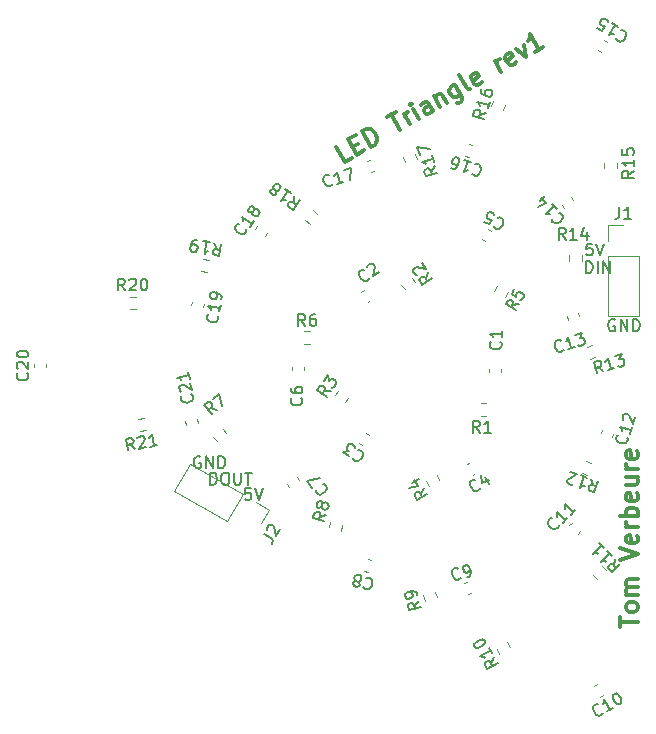
<source format=gbr>
%TF.GenerationSoftware,KiCad,Pcbnew,(6.0.2)*%
%TF.CreationDate,2022-03-10T12:30:13-08:00*%
%TF.ProjectId,triangle,74726961-6e67-46c6-952e-6b696361645f,rev?*%
%TF.SameCoordinates,Original*%
%TF.FileFunction,Legend,Top*%
%TF.FilePolarity,Positive*%
%FSLAX46Y46*%
G04 Gerber Fmt 4.6, Leading zero omitted, Abs format (unit mm)*
G04 Created by KiCad (PCBNEW (6.0.2)) date 2022-03-10 12:30:13*
%MOMM*%
%LPD*%
G01*
G04 APERTURE LIST*
%ADD10C,0.300000*%
%ADD11C,0.150000*%
%ADD12C,0.120000*%
G04 APERTURE END LIST*
D10*
X159778571Y-105585714D02*
X159778571Y-104728571D01*
X161278571Y-105157142D02*
X159778571Y-105157142D01*
X161278571Y-104014285D02*
X161207142Y-104157142D01*
X161135714Y-104228571D01*
X160992857Y-104300000D01*
X160564285Y-104300000D01*
X160421428Y-104228571D01*
X160350000Y-104157142D01*
X160278571Y-104014285D01*
X160278571Y-103800000D01*
X160350000Y-103657142D01*
X160421428Y-103585714D01*
X160564285Y-103514285D01*
X160992857Y-103514285D01*
X161135714Y-103585714D01*
X161207142Y-103657142D01*
X161278571Y-103800000D01*
X161278571Y-104014285D01*
X161278571Y-102871428D02*
X160278571Y-102871428D01*
X160421428Y-102871428D02*
X160350000Y-102800000D01*
X160278571Y-102657142D01*
X160278571Y-102442857D01*
X160350000Y-102300000D01*
X160492857Y-102228571D01*
X161278571Y-102228571D01*
X160492857Y-102228571D02*
X160350000Y-102157142D01*
X160278571Y-102014285D01*
X160278571Y-101800000D01*
X160350000Y-101657142D01*
X160492857Y-101585714D01*
X161278571Y-101585714D01*
X159778571Y-99942857D02*
X161278571Y-99442857D01*
X159778571Y-98942857D01*
X161207142Y-97871428D02*
X161278571Y-98014285D01*
X161278571Y-98300000D01*
X161207142Y-98442857D01*
X161064285Y-98514285D01*
X160492857Y-98514285D01*
X160350000Y-98442857D01*
X160278571Y-98300000D01*
X160278571Y-98014285D01*
X160350000Y-97871428D01*
X160492857Y-97800000D01*
X160635714Y-97800000D01*
X160778571Y-98514285D01*
X161278571Y-97157142D02*
X160278571Y-97157142D01*
X160564285Y-97157142D02*
X160421428Y-97085714D01*
X160350000Y-97014285D01*
X160278571Y-96871428D01*
X160278571Y-96728571D01*
X161278571Y-96228571D02*
X159778571Y-96228571D01*
X160350000Y-96228571D02*
X160278571Y-96085714D01*
X160278571Y-95800000D01*
X160350000Y-95657142D01*
X160421428Y-95585714D01*
X160564285Y-95514285D01*
X160992857Y-95514285D01*
X161135714Y-95585714D01*
X161207142Y-95657142D01*
X161278571Y-95800000D01*
X161278571Y-96085714D01*
X161207142Y-96228571D01*
X161207142Y-94300000D02*
X161278571Y-94442857D01*
X161278571Y-94728571D01*
X161207142Y-94871428D01*
X161064285Y-94942857D01*
X160492857Y-94942857D01*
X160350000Y-94871428D01*
X160278571Y-94728571D01*
X160278571Y-94442857D01*
X160350000Y-94300000D01*
X160492857Y-94228571D01*
X160635714Y-94228571D01*
X160778571Y-94942857D01*
X160278571Y-92942857D02*
X161278571Y-92942857D01*
X160278571Y-93585714D02*
X161064285Y-93585714D01*
X161207142Y-93514285D01*
X161278571Y-93371428D01*
X161278571Y-93157142D01*
X161207142Y-93014285D01*
X161135714Y-92942857D01*
X161278571Y-92228571D02*
X160278571Y-92228571D01*
X160564285Y-92228571D02*
X160421428Y-92157142D01*
X160350000Y-92085714D01*
X160278571Y-91942857D01*
X160278571Y-91800000D01*
X161207142Y-90728571D02*
X161278571Y-90871428D01*
X161278571Y-91157142D01*
X161207142Y-91300000D01*
X161064285Y-91371428D01*
X160492857Y-91371428D01*
X160350000Y-91300000D01*
X160278571Y-91157142D01*
X160278571Y-90871428D01*
X160350000Y-90728571D01*
X160492857Y-90657142D01*
X160635714Y-90657142D01*
X160778571Y-91371428D01*
D11*
X156876190Y-75652380D02*
X156876190Y-74652380D01*
X157114285Y-74652380D01*
X157257142Y-74700000D01*
X157352380Y-74795238D01*
X157400000Y-74890476D01*
X157447619Y-75080952D01*
X157447619Y-75223809D01*
X157400000Y-75414285D01*
X157352380Y-75509523D01*
X157257142Y-75604761D01*
X157114285Y-75652380D01*
X156876190Y-75652380D01*
X157876190Y-75652380D02*
X157876190Y-74652380D01*
X158352380Y-75652380D02*
X158352380Y-74652380D01*
X158923809Y-75652380D01*
X158923809Y-74652380D01*
X157409523Y-73152380D02*
X156933333Y-73152380D01*
X156885714Y-73628571D01*
X156933333Y-73580952D01*
X157028571Y-73533333D01*
X157266666Y-73533333D01*
X157361904Y-73580952D01*
X157409523Y-73628571D01*
X157457142Y-73723809D01*
X157457142Y-73961904D01*
X157409523Y-74057142D01*
X157361904Y-74104761D01*
X157266666Y-74152380D01*
X157028571Y-74152380D01*
X156933333Y-74104761D01*
X156885714Y-74057142D01*
X157742857Y-73152380D02*
X158076190Y-74152380D01*
X158409523Y-73152380D01*
X124238095Y-91200000D02*
X124142857Y-91152380D01*
X124000000Y-91152380D01*
X123857142Y-91200000D01*
X123761904Y-91295238D01*
X123714285Y-91390476D01*
X123666666Y-91580952D01*
X123666666Y-91723809D01*
X123714285Y-91914285D01*
X123761904Y-92009523D01*
X123857142Y-92104761D01*
X124000000Y-92152380D01*
X124095238Y-92152380D01*
X124238095Y-92104761D01*
X124285714Y-92057142D01*
X124285714Y-91723809D01*
X124095238Y-91723809D01*
X124714285Y-92152380D02*
X124714285Y-91152380D01*
X125285714Y-92152380D01*
X125285714Y-91152380D01*
X125761904Y-92152380D02*
X125761904Y-91152380D01*
X126000000Y-91152380D01*
X126142857Y-91200000D01*
X126238095Y-91295238D01*
X126285714Y-91390476D01*
X126333333Y-91580952D01*
X126333333Y-91723809D01*
X126285714Y-91914285D01*
X126238095Y-92009523D01*
X126142857Y-92104761D01*
X126000000Y-92152380D01*
X125761904Y-92152380D01*
X159338095Y-79600000D02*
X159242857Y-79552380D01*
X159100000Y-79552380D01*
X158957142Y-79600000D01*
X158861904Y-79695238D01*
X158814285Y-79790476D01*
X158766666Y-79980952D01*
X158766666Y-80123809D01*
X158814285Y-80314285D01*
X158861904Y-80409523D01*
X158957142Y-80504761D01*
X159100000Y-80552380D01*
X159195238Y-80552380D01*
X159338095Y-80504761D01*
X159385714Y-80457142D01*
X159385714Y-80123809D01*
X159195238Y-80123809D01*
X159814285Y-80552380D02*
X159814285Y-79552380D01*
X160385714Y-80552380D01*
X160385714Y-79552380D01*
X160861904Y-80552380D02*
X160861904Y-79552380D01*
X161100000Y-79552380D01*
X161242857Y-79600000D01*
X161338095Y-79695238D01*
X161385714Y-79790476D01*
X161433333Y-79980952D01*
X161433333Y-80123809D01*
X161385714Y-80314285D01*
X161338095Y-80409523D01*
X161242857Y-80504761D01*
X161100000Y-80552380D01*
X160861904Y-80552380D01*
X125059523Y-93552380D02*
X125059523Y-92552380D01*
X125297619Y-92552380D01*
X125440476Y-92600000D01*
X125535714Y-92695238D01*
X125583333Y-92790476D01*
X125630952Y-92980952D01*
X125630952Y-93123809D01*
X125583333Y-93314285D01*
X125535714Y-93409523D01*
X125440476Y-93504761D01*
X125297619Y-93552380D01*
X125059523Y-93552380D01*
X126250000Y-92552380D02*
X126440476Y-92552380D01*
X126535714Y-92600000D01*
X126630952Y-92695238D01*
X126678571Y-92885714D01*
X126678571Y-93219047D01*
X126630952Y-93409523D01*
X126535714Y-93504761D01*
X126440476Y-93552380D01*
X126250000Y-93552380D01*
X126154761Y-93504761D01*
X126059523Y-93409523D01*
X126011904Y-93219047D01*
X126011904Y-92885714D01*
X126059523Y-92695238D01*
X126154761Y-92600000D01*
X126250000Y-92552380D01*
X127107142Y-92552380D02*
X127107142Y-93361904D01*
X127154761Y-93457142D01*
X127202380Y-93504761D01*
X127297619Y-93552380D01*
X127488095Y-93552380D01*
X127583333Y-93504761D01*
X127630952Y-93457142D01*
X127678571Y-93361904D01*
X127678571Y-92552380D01*
X128011904Y-92552380D02*
X128583333Y-92552380D01*
X128297619Y-93552380D02*
X128297619Y-92552380D01*
D10*
X137075986Y-65869802D02*
X136457396Y-66226945D01*
X135707396Y-64927907D01*
X137116142Y-64939354D02*
X137549154Y-64689354D01*
X138127588Y-65262660D02*
X137508999Y-65619802D01*
X136758999Y-64320764D01*
X137377588Y-63963621D01*
X138684319Y-64941231D02*
X137934319Y-63642193D01*
X138243614Y-63463621D01*
X138464905Y-63418338D01*
X138660051Y-63470627D01*
X138793339Y-63558631D01*
X138998055Y-63770352D01*
X139105198Y-63955929D01*
X139186196Y-64239079D01*
X139195766Y-64398511D01*
X139143476Y-64593658D01*
X138993614Y-64762660D01*
X138684319Y-64941231D01*
X140037524Y-62427907D02*
X140779831Y-61999336D01*
X141158677Y-63512660D02*
X140408677Y-62213621D01*
X141962844Y-63048374D02*
X141462844Y-62182348D01*
X141605701Y-62429784D02*
X141596131Y-62270352D01*
X141622276Y-62172779D01*
X141710280Y-62039491D01*
X141833997Y-61968063D01*
X142767010Y-62584088D02*
X142267010Y-61718063D01*
X142017010Y-61285050D02*
X141990865Y-61382623D01*
X142088439Y-61408768D01*
X142114583Y-61311195D01*
X142017010Y-61285050D01*
X142088439Y-61408768D01*
X143942330Y-61905517D02*
X143549473Y-61225068D01*
X143416186Y-61137065D01*
X143256753Y-61146634D01*
X143009318Y-61289491D01*
X142921314Y-61422779D01*
X143906616Y-61843658D02*
X143818612Y-61976945D01*
X143509318Y-62155517D01*
X143349885Y-62165086D01*
X143216598Y-62077083D01*
X143145169Y-61953365D01*
X143135600Y-61793933D01*
X143223603Y-61660645D01*
X143532898Y-61482074D01*
X143620902Y-61348786D01*
X144060920Y-60682348D02*
X144560920Y-61548374D01*
X144132348Y-60806066D02*
X144158493Y-60708493D01*
X144246497Y-60575206D01*
X144432074Y-60468063D01*
X144591506Y-60458493D01*
X144724793Y-60546497D01*
X145117651Y-61226945D01*
X145792971Y-59682348D02*
X146400114Y-60733951D01*
X146409683Y-60893383D01*
X146383539Y-60990956D01*
X146295535Y-61124244D01*
X146109958Y-61231387D01*
X145950526Y-61240956D01*
X146257256Y-60486515D02*
X146169253Y-60619802D01*
X145921817Y-60762660D01*
X145762385Y-60772229D01*
X145664812Y-60746085D01*
X145531524Y-60658081D01*
X145317238Y-60286927D01*
X145307669Y-60127495D01*
X145333813Y-60029922D01*
X145421817Y-59896634D01*
X145669253Y-59753777D01*
X145828685Y-59744207D01*
X147097137Y-60084088D02*
X146937705Y-60093658D01*
X146804417Y-60005654D01*
X146161560Y-58892193D01*
X148051166Y-59450801D02*
X147963163Y-59584088D01*
X147715727Y-59726945D01*
X147556295Y-59736515D01*
X147423007Y-59648511D01*
X147137293Y-59153640D01*
X147127723Y-58994207D01*
X147215727Y-58860920D01*
X147463163Y-58718063D01*
X147622595Y-58708493D01*
X147755882Y-58796497D01*
X147827311Y-58920215D01*
X147280150Y-59401075D01*
X149695213Y-58584088D02*
X149195213Y-57718063D01*
X149338071Y-57965499D02*
X149328501Y-57806066D01*
X149354646Y-57708493D01*
X149442649Y-57575206D01*
X149566367Y-57503777D01*
X150958537Y-57772229D02*
X150870534Y-57905517D01*
X150623098Y-58048374D01*
X150463666Y-58057943D01*
X150330378Y-57969940D01*
X150044664Y-57475068D01*
X150035094Y-57315636D01*
X150123098Y-57182348D01*
X150370534Y-57039491D01*
X150529966Y-57029922D01*
X150663253Y-57117925D01*
X150734682Y-57241643D01*
X150187521Y-57722504D01*
X150989123Y-56682348D02*
X151798418Y-57369802D01*
X151607713Y-56325206D01*
X153283033Y-56512660D02*
X152540725Y-56941231D01*
X152911879Y-56726945D02*
X152161879Y-55427907D01*
X152145304Y-55684913D01*
X152093015Y-55880059D01*
X152005011Y-56013347D01*
D11*
X128509523Y-93852380D02*
X128033333Y-93852380D01*
X127985714Y-94328571D01*
X128033333Y-94280952D01*
X128128571Y-94233333D01*
X128366666Y-94233333D01*
X128461904Y-94280952D01*
X128509523Y-94328571D01*
X128557142Y-94423809D01*
X128557142Y-94661904D01*
X128509523Y-94757142D01*
X128461904Y-94804761D01*
X128366666Y-94852380D01*
X128128571Y-94852380D01*
X128033333Y-94804761D01*
X127985714Y-94757142D01*
X128842857Y-93852380D02*
X129176190Y-94852380D01*
X129509523Y-93852380D01*
%TO.C,J1*%
X159716666Y-70022380D02*
X159716666Y-70736666D01*
X159669047Y-70879523D01*
X159573809Y-70974761D01*
X159430952Y-71022380D01*
X159335714Y-71022380D01*
X160716666Y-71022380D02*
X160145238Y-71022380D01*
X160430952Y-71022380D02*
X160430952Y-70022380D01*
X160335714Y-70165238D01*
X160240476Y-70260476D01*
X160145238Y-70308095D01*
%TO.C,C21*%
X123463348Y-85921073D02*
X123518512Y-85959700D01*
X123590215Y-86092117D01*
X123606753Y-86185909D01*
X123584664Y-86334864D01*
X123507410Y-86445194D01*
X123421888Y-86508627D01*
X123242575Y-86588599D01*
X123101888Y-86613405D01*
X122906037Y-86599586D01*
X122803976Y-86569228D01*
X122693647Y-86491975D01*
X122621945Y-86359557D01*
X122605407Y-86265766D01*
X122627496Y-86116810D01*
X122666122Y-86061645D01*
X122599971Y-85686480D02*
X122544806Y-85647854D01*
X122481372Y-85562332D01*
X122440028Y-85327854D01*
X122470385Y-85225793D01*
X122509012Y-85170629D01*
X122594534Y-85107195D01*
X122688325Y-85090657D01*
X122837281Y-85112746D01*
X123499256Y-85576266D01*
X123391760Y-84966623D01*
X123226380Y-84028711D02*
X123325608Y-84591458D01*
X123275994Y-84310084D02*
X122291186Y-84483733D01*
X122448411Y-84552717D01*
X122558740Y-84629970D01*
X122622174Y-84715492D01*
%TO.C,C12*%
X160391009Y-89571756D02*
X160421582Y-89631760D01*
X160422725Y-89782340D01*
X160393295Y-89872917D01*
X160303861Y-89994067D01*
X160183854Y-90055214D01*
X160078562Y-90071072D01*
X159882694Y-90057500D01*
X159746828Y-90013355D01*
X159580390Y-89909206D01*
X159504528Y-89834487D01*
X159443382Y-89714480D01*
X159442238Y-89563900D01*
X159471669Y-89473323D01*
X159561102Y-89352173D01*
X159621106Y-89321600D01*
X160775887Y-88695418D02*
X160599306Y-89238879D01*
X160687597Y-88967149D02*
X159736540Y-88658132D01*
X159842975Y-88792854D01*
X159904122Y-88912861D01*
X159919980Y-89018153D01*
X160033129Y-88053524D02*
X160002555Y-87993521D01*
X159986697Y-87888229D01*
X160060272Y-87661787D01*
X160134991Y-87585925D01*
X160194995Y-87555352D01*
X160300286Y-87539494D01*
X160390863Y-87568924D01*
X160512013Y-87658357D01*
X160878893Y-88378399D01*
X161070189Y-87789650D01*
%TO.C,R15*%
X160952380Y-66992857D02*
X160476190Y-67326190D01*
X160952380Y-67564285D02*
X159952380Y-67564285D01*
X159952380Y-67183333D01*
X160000000Y-67088095D01*
X160047619Y-67040476D01*
X160142857Y-66992857D01*
X160285714Y-66992857D01*
X160380952Y-67040476D01*
X160428571Y-67088095D01*
X160476190Y-67183333D01*
X160476190Y-67564285D01*
X160952380Y-66040476D02*
X160952380Y-66611904D01*
X160952380Y-66326190D02*
X159952380Y-66326190D01*
X160095238Y-66421428D01*
X160190476Y-66516666D01*
X160238095Y-66611904D01*
X159952380Y-65135714D02*
X159952380Y-65611904D01*
X160428571Y-65659523D01*
X160380952Y-65611904D01*
X160333333Y-65516666D01*
X160333333Y-65278571D01*
X160380952Y-65183333D01*
X160428571Y-65135714D01*
X160523809Y-65088095D01*
X160761904Y-65088095D01*
X160857142Y-65135714D01*
X160904761Y-65183333D01*
X160952380Y-65278571D01*
X160952380Y-65516666D01*
X160904761Y-65611904D01*
X160857142Y-65659523D01*
%TO.C,C4*%
X147899233Y-93843544D02*
X147881804Y-93908592D01*
X147781895Y-94021260D01*
X147699417Y-94068879D01*
X147551889Y-94099069D01*
X147421791Y-94064209D01*
X147332933Y-94005540D01*
X147196456Y-93864392D01*
X147125027Y-93740674D01*
X147071028Y-93551908D01*
X147064649Y-93445620D01*
X147099508Y-93315522D01*
X147199417Y-93202854D01*
X147281895Y-93155235D01*
X147429423Y-93125046D01*
X147494471Y-93142475D01*
X148355827Y-92920101D02*
X148689160Y-93497451D01*
X147959154Y-92709234D02*
X148110100Y-93446871D01*
X148646211Y-93137347D01*
%TO.C,C9*%
X146288231Y-101439247D02*
X146255582Y-101498147D01*
X146131385Y-101583298D01*
X146039836Y-101609549D01*
X145889387Y-101603151D01*
X145771588Y-101537854D01*
X145699562Y-101459431D01*
X145601285Y-101289459D01*
X145561908Y-101152136D01*
X145555180Y-100955913D01*
X145574704Y-100851238D01*
X145640001Y-100733439D01*
X145764199Y-100648287D01*
X145855747Y-100622036D01*
X146006196Y-100628434D01*
X146065096Y-100661083D01*
X146772226Y-101399540D02*
X146955323Y-101347037D01*
X147033747Y-101275012D01*
X147066395Y-101216112D01*
X147118567Y-101052538D01*
X147111839Y-100856314D01*
X147006835Y-100490120D01*
X146934809Y-100411696D01*
X146875909Y-100379048D01*
X146771235Y-100359524D01*
X146588137Y-100412027D01*
X146509714Y-100484052D01*
X146477065Y-100542952D01*
X146457542Y-100647627D01*
X146523170Y-100876498D01*
X146595196Y-100954922D01*
X146654096Y-100987570D01*
X146758770Y-101007094D01*
X146941867Y-100954591D01*
X147020291Y-100882566D01*
X147052939Y-100823666D01*
X147072463Y-100718991D01*
%TO.C,J2*%
X129609081Y-97714865D02*
X130227670Y-98072008D01*
X130327579Y-98184676D01*
X130362438Y-98314774D01*
X130332249Y-98462301D01*
X130284630Y-98544780D01*
X129905845Y-97391330D02*
X129888415Y-97326282D01*
X129894795Y-97219993D01*
X130013843Y-97013797D01*
X130102701Y-96955128D01*
X130167750Y-96937698D01*
X130274038Y-96944078D01*
X130356517Y-96991697D01*
X130456425Y-97104365D01*
X130665582Y-97884951D01*
X130975106Y-97348840D01*
%TO.C,R2*%
X143516164Y-75577050D02*
X143317284Y-76123232D01*
X143843922Y-76045137D02*
X143024770Y-76618713D01*
X142806265Y-76306655D01*
X142790646Y-76201328D01*
X142802340Y-76135007D01*
X142853041Y-76041374D01*
X142970063Y-75959434D01*
X143075391Y-75943815D01*
X143141711Y-75955509D01*
X143235345Y-76006210D01*
X143453850Y-76318268D01*
X142556521Y-75783942D02*
X142490201Y-75772248D01*
X142396568Y-75721547D01*
X142260002Y-75526510D01*
X142244383Y-75421183D01*
X142256077Y-75354862D01*
X142306778Y-75261229D01*
X142384792Y-75206602D01*
X142529127Y-75163670D01*
X143324972Y-75303999D01*
X142969901Y-74796905D01*
%TO.C,C16*%
X147469185Y-66446415D02*
X147528646Y-66414799D01*
X147679184Y-66411029D01*
X147770260Y-66438873D01*
X147892953Y-66526179D01*
X147956184Y-66645101D01*
X147973878Y-66750100D01*
X147963726Y-66946176D01*
X147921959Y-67082791D01*
X147820731Y-67251021D01*
X147747347Y-67328176D01*
X147628426Y-67391407D01*
X147477888Y-67395178D01*
X147386812Y-67367333D01*
X147264119Y-67280028D01*
X147232503Y-67220567D01*
X146586264Y-66076889D02*
X147132724Y-66243959D01*
X146859494Y-66160424D02*
X146567122Y-67116729D01*
X146699966Y-67007959D01*
X146818888Y-66944727D01*
X146923887Y-66927034D01*
X145474202Y-66782590D02*
X145656356Y-66838280D01*
X145761355Y-66820586D01*
X145820815Y-66788970D01*
X145953660Y-66680200D01*
X146054888Y-66511970D01*
X146166267Y-66147663D01*
X146148574Y-66042664D01*
X146116958Y-65983203D01*
X146039804Y-65909820D01*
X145857651Y-65854130D01*
X145752652Y-65871823D01*
X145693191Y-65903439D01*
X145619808Y-65980593D01*
X145550195Y-66208285D01*
X145567889Y-66313284D01*
X145599504Y-66372745D01*
X145676659Y-66446128D01*
X145858812Y-66501818D01*
X145963811Y-66484125D01*
X146023272Y-66452509D01*
X146096655Y-66375355D01*
%TO.C,R17*%
X144112051Y-66593260D02*
X143746187Y-67044937D01*
X144269558Y-67142553D02*
X143308297Y-67418190D01*
X143203292Y-67051995D01*
X143222815Y-66947321D01*
X143255464Y-66888421D01*
X143333887Y-66816395D01*
X143471210Y-66777019D01*
X143575885Y-66796542D01*
X143634785Y-66829191D01*
X143706810Y-66907614D01*
X143811815Y-67273809D01*
X143849540Y-65677773D02*
X144007047Y-66227065D01*
X143928293Y-65952419D02*
X142967031Y-66228057D01*
X143130606Y-66280229D01*
X143248406Y-66345526D01*
X143320431Y-66423949D01*
X142796399Y-65632990D02*
X142612641Y-64992149D01*
X143692033Y-65128481D01*
%TO.C,R8*%
X134888916Y-96084903D02*
X134339294Y-96274068D01*
X134731409Y-96634195D02*
X133770148Y-96358558D01*
X133875152Y-95992363D01*
X133947178Y-95913940D01*
X134006078Y-95881291D01*
X134110752Y-95861768D01*
X134248075Y-95901145D01*
X134326498Y-95973170D01*
X134359147Y-96032070D01*
X134378670Y-96136744D01*
X134273666Y-96502939D01*
X134497131Y-95378103D02*
X134425106Y-95456527D01*
X134366206Y-95489175D01*
X134261531Y-95508699D01*
X134215757Y-95495573D01*
X134137334Y-95423547D01*
X134104685Y-95364647D01*
X134085162Y-95259973D01*
X134137664Y-95076876D01*
X134209690Y-94998453D01*
X134268590Y-94965804D01*
X134373264Y-94946281D01*
X134419038Y-94959406D01*
X134497461Y-95031432D01*
X134530110Y-95090332D01*
X134549633Y-95195006D01*
X134497131Y-95378103D01*
X134516654Y-95482778D01*
X134549303Y-95541678D01*
X134627726Y-95613703D01*
X134810824Y-95666206D01*
X134915498Y-95646682D01*
X134974398Y-95614034D01*
X135046423Y-95535610D01*
X135098926Y-95352513D01*
X135079403Y-95247839D01*
X135046754Y-95188939D01*
X134968331Y-95116913D01*
X134785233Y-95064411D01*
X134680559Y-95083934D01*
X134621659Y-95116583D01*
X134549633Y-95195006D01*
%TO.C,R19*%
X125405710Y-73103753D02*
X125660447Y-73626226D01*
X125970103Y-73193144D02*
X125813669Y-74180833D01*
X125437407Y-74121239D01*
X125350790Y-74059307D01*
X125311207Y-74004825D01*
X125279073Y-73903310D01*
X125301420Y-73762212D01*
X125363352Y-73675596D01*
X125417834Y-73636012D01*
X125519348Y-73603878D01*
X125895611Y-73663472D01*
X124465054Y-72954768D02*
X125029448Y-73044159D01*
X124747251Y-72999463D02*
X124590817Y-73987152D01*
X124707230Y-73860952D01*
X124816194Y-73781785D01*
X124917709Y-73749651D01*
X123994727Y-72880275D02*
X123806596Y-72850478D01*
X123705081Y-72882613D01*
X123650599Y-72922196D01*
X123534185Y-73048396D01*
X123457356Y-73229078D01*
X123397761Y-73605340D01*
X123429896Y-73706855D01*
X123469479Y-73761337D01*
X123556095Y-73823268D01*
X123744227Y-73853065D01*
X123845741Y-73820931D01*
X123900223Y-73781347D01*
X123962155Y-73694731D01*
X123999401Y-73459567D01*
X123967267Y-73358052D01*
X123927683Y-73303570D01*
X123841067Y-73241639D01*
X123652936Y-73211842D01*
X123551421Y-73243976D01*
X123496939Y-73283560D01*
X123435008Y-73370176D01*
%TO.C,R12*%
X157351186Y-93068413D02*
X157521054Y-93624303D01*
X157894647Y-93244995D02*
X157585630Y-94196051D01*
X157223323Y-94078330D01*
X157147461Y-94003612D01*
X157116888Y-93943608D01*
X157101030Y-93838316D01*
X157145175Y-93702451D01*
X157219894Y-93626589D01*
X157279897Y-93596016D01*
X157385189Y-93580158D01*
X157747496Y-93697879D01*
X156445418Y-92774112D02*
X156988879Y-92950693D01*
X156717149Y-92862402D02*
X156408132Y-93813459D01*
X156542854Y-93707024D01*
X156662861Y-93645877D01*
X156768153Y-93630019D01*
X155803524Y-93516870D02*
X155743521Y-93547444D01*
X155638229Y-93563302D01*
X155411787Y-93489727D01*
X155335925Y-93415008D01*
X155305352Y-93355004D01*
X155289494Y-93249713D01*
X155318924Y-93159136D01*
X155408357Y-93037986D01*
X156128399Y-92671106D01*
X155539650Y-92479810D01*
%TO.C,R11*%
X159374450Y-99834687D02*
X159273435Y-100407106D01*
X159778511Y-100238748D02*
X159071404Y-100945854D01*
X158802030Y-100676480D01*
X158768358Y-100575465D01*
X158768358Y-100508122D01*
X158802030Y-100407106D01*
X158903045Y-100306091D01*
X159004061Y-100272419D01*
X159071404Y-100272419D01*
X159172419Y-100306091D01*
X159441793Y-100575465D01*
X158701015Y-99161251D02*
X159105076Y-99565312D01*
X158903045Y-99363282D02*
X158195938Y-100070389D01*
X158364297Y-100036717D01*
X158498984Y-100036717D01*
X158600000Y-100070389D01*
X158027580Y-98487816D02*
X158431641Y-98891877D01*
X158229610Y-98689847D02*
X157522503Y-99396954D01*
X157690862Y-99363282D01*
X157825549Y-99363282D01*
X157926564Y-99396954D01*
%TO.C,R14*%
X155157142Y-72802380D02*
X154823809Y-72326190D01*
X154585714Y-72802380D02*
X154585714Y-71802380D01*
X154966666Y-71802380D01*
X155061904Y-71850000D01*
X155109523Y-71897619D01*
X155157142Y-71992857D01*
X155157142Y-72135714D01*
X155109523Y-72230952D01*
X155061904Y-72278571D01*
X154966666Y-72326190D01*
X154585714Y-72326190D01*
X156109523Y-72802380D02*
X155538095Y-72802380D01*
X155823809Y-72802380D02*
X155823809Y-71802380D01*
X155728571Y-71945238D01*
X155633333Y-72040476D01*
X155538095Y-72088095D01*
X156966666Y-72135714D02*
X156966666Y-72802380D01*
X156728571Y-71754761D02*
X156490476Y-72469047D01*
X157109523Y-72469047D01*
%TO.C,C7*%
X134634042Y-93511456D02*
X134700884Y-93519663D01*
X134826360Y-93602918D01*
X134884994Y-93677967D01*
X134935421Y-93819857D01*
X134919007Y-93953540D01*
X134873276Y-94049699D01*
X134752496Y-94204492D01*
X134639923Y-94292444D01*
X134460508Y-94372188D01*
X134356142Y-94393298D01*
X134222459Y-94376884D01*
X134096983Y-94293629D01*
X134038349Y-94218580D01*
X133987922Y-94076690D01*
X133996129Y-94009848D01*
X133715860Y-93805812D02*
X133305419Y-93280472D01*
X134357284Y-93002529D01*
%TO.C,R9*%
X142730796Y-103385517D02*
X142364931Y-103837193D01*
X142888303Y-103934809D02*
X141927041Y-104210446D01*
X141822036Y-103844252D01*
X141841559Y-103739577D01*
X141874208Y-103680677D01*
X141952631Y-103608652D01*
X142089954Y-103569275D01*
X142194629Y-103588798D01*
X142253529Y-103621447D01*
X142325554Y-103699870D01*
X142430559Y-104066065D01*
X142599540Y-102927773D02*
X142547037Y-102744676D01*
X142475012Y-102666252D01*
X142416112Y-102633604D01*
X142252538Y-102581432D01*
X142056314Y-102588160D01*
X141690120Y-102693164D01*
X141611696Y-102765190D01*
X141579048Y-102824090D01*
X141559524Y-102928764D01*
X141612027Y-103111862D01*
X141684052Y-103190285D01*
X141742952Y-103222934D01*
X141847627Y-103242457D01*
X142076498Y-103176829D01*
X142154922Y-103104803D01*
X142187570Y-103045903D01*
X142207094Y-102941229D01*
X142154591Y-102758132D01*
X142082566Y-102679708D01*
X142023666Y-102647060D01*
X141918991Y-102627536D01*
%TO.C,C13*%
X154989651Y-82129490D02*
X154958035Y-82188951D01*
X154835342Y-82276257D01*
X154744266Y-82304102D01*
X154593728Y-82300331D01*
X154474807Y-82237099D01*
X154401423Y-82159945D01*
X154300195Y-81991714D01*
X154258428Y-81855099D01*
X154248276Y-81659023D01*
X154265970Y-81554024D01*
X154329201Y-81435103D01*
X154451894Y-81347797D01*
X154542971Y-81319952D01*
X154693508Y-81323723D01*
X154752969Y-81355339D01*
X155928262Y-81942118D02*
X155381802Y-82109187D01*
X155655032Y-82025652D02*
X155362660Y-81069348D01*
X155313351Y-81233807D01*
X155250119Y-81352729D01*
X155172965Y-81426112D01*
X155954659Y-80888356D02*
X156546657Y-80707364D01*
X156339268Y-81169127D01*
X156475883Y-81127360D01*
X156580882Y-81145053D01*
X156640343Y-81176669D01*
X156713726Y-81253823D01*
X156783339Y-81481515D01*
X156765645Y-81586514D01*
X156734029Y-81645975D01*
X156656875Y-81719358D01*
X156383645Y-81802893D01*
X156278646Y-81785200D01*
X156219185Y-81753584D01*
%TO.C,R7*%
X125647178Y-87259091D02*
X125091336Y-87089068D01*
X125196886Y-87610897D02*
X124581225Y-86822887D01*
X124881419Y-86588349D01*
X124985785Y-86567239D01*
X125052627Y-86575446D01*
X125148785Y-86621177D01*
X125236737Y-86733750D01*
X125257847Y-86838116D01*
X125249640Y-86904958D01*
X125203908Y-87001116D01*
X124903714Y-87235654D01*
X125294187Y-86265860D02*
X125819527Y-85855419D01*
X126097470Y-86907284D01*
%TO.C,R1*%
X147883333Y-89152380D02*
X147550000Y-88676190D01*
X147311904Y-89152380D02*
X147311904Y-88152380D01*
X147692857Y-88152380D01*
X147788095Y-88200000D01*
X147835714Y-88247619D01*
X147883333Y-88342857D01*
X147883333Y-88485714D01*
X147835714Y-88580952D01*
X147788095Y-88628571D01*
X147692857Y-88676190D01*
X147311904Y-88676190D01*
X148835714Y-89152380D02*
X148264285Y-89152380D01*
X148550000Y-89152380D02*
X148550000Y-88152380D01*
X148454761Y-88295238D01*
X148359523Y-88390476D01*
X148264285Y-88438095D01*
%TO.C,C8*%
X138264491Y-101477235D02*
X138323391Y-101444587D01*
X138473839Y-101438189D01*
X138565388Y-101464440D01*
X138689586Y-101549591D01*
X138754883Y-101667391D01*
X138774406Y-101772065D01*
X138767678Y-101968289D01*
X138728302Y-102105612D01*
X138630025Y-102275584D01*
X138557999Y-102354007D01*
X138440199Y-102419304D01*
X138289751Y-102425702D01*
X138198202Y-102399451D01*
X138074004Y-102314299D01*
X138041356Y-102255400D01*
X137583942Y-101777472D02*
X137662366Y-101849497D01*
X137695014Y-101908397D01*
X137714538Y-102013072D01*
X137701412Y-102058846D01*
X137629386Y-102137269D01*
X137570486Y-102169918D01*
X137465812Y-102189441D01*
X137282715Y-102136939D01*
X137204292Y-102064913D01*
X137171643Y-102006013D01*
X137152120Y-101901339D01*
X137165245Y-101855565D01*
X137237271Y-101777142D01*
X137296171Y-101744493D01*
X137400845Y-101724970D01*
X137583942Y-101777472D01*
X137688617Y-101757949D01*
X137747517Y-101725300D01*
X137819542Y-101646877D01*
X137872045Y-101463779D01*
X137852521Y-101359105D01*
X137819873Y-101300205D01*
X137741449Y-101228180D01*
X137558352Y-101175677D01*
X137453678Y-101195200D01*
X137394778Y-101227849D01*
X137322752Y-101306272D01*
X137270250Y-101489370D01*
X137289773Y-101594044D01*
X137322422Y-101652944D01*
X137400845Y-101724970D01*
%TO.C,C14*%
X154595564Y-70538760D02*
X154662815Y-70542285D01*
X154793793Y-70616585D01*
X154857520Y-70687361D01*
X154917722Y-70825388D01*
X154910673Y-70959890D01*
X154871761Y-71059005D01*
X154762073Y-71221846D01*
X154655909Y-71317436D01*
X154482494Y-71409501D01*
X154379855Y-71437840D01*
X154245353Y-71430791D01*
X154114375Y-71356491D01*
X154050648Y-71285716D01*
X153990446Y-71147689D01*
X153993970Y-71080437D01*
X154029072Y-69767277D02*
X154411433Y-70191931D01*
X154220252Y-69979604D02*
X153477108Y-70648734D01*
X153646998Y-70623920D01*
X153781500Y-70630969D01*
X153880615Y-70669881D01*
X152960102Y-69576382D02*
X153455532Y-69130295D01*
X152836316Y-70008228D02*
X153526450Y-69707217D01*
X153112227Y-69247175D01*
%TO.C,R6*%
X133108333Y-80122380D02*
X132775000Y-79646190D01*
X132536904Y-80122380D02*
X132536904Y-79122380D01*
X132917857Y-79122380D01*
X133013095Y-79170000D01*
X133060714Y-79217619D01*
X133108333Y-79312857D01*
X133108333Y-79455714D01*
X133060714Y-79550952D01*
X133013095Y-79598571D01*
X132917857Y-79646190D01*
X132536904Y-79646190D01*
X133965476Y-79122380D02*
X133775000Y-79122380D01*
X133679761Y-79170000D01*
X133632142Y-79217619D01*
X133536904Y-79360476D01*
X133489285Y-79550952D01*
X133489285Y-79931904D01*
X133536904Y-80027142D01*
X133584523Y-80074761D01*
X133679761Y-80122380D01*
X133870238Y-80122380D01*
X133965476Y-80074761D01*
X134013095Y-80027142D01*
X134060714Y-79931904D01*
X134060714Y-79693809D01*
X134013095Y-79598571D01*
X133965476Y-79550952D01*
X133870238Y-79503333D01*
X133679761Y-79503333D01*
X133584523Y-79550952D01*
X133536904Y-79598571D01*
X133489285Y-79693809D01*
%TO.C,C18*%
X128122703Y-71948804D02*
X128132076Y-72015492D01*
X128084132Y-72158241D01*
X128026817Y-72234301D01*
X127902813Y-72319734D01*
X127769437Y-72338479D01*
X127664718Y-72319194D01*
X127483939Y-72242592D01*
X127369849Y-72156619D01*
X127246385Y-72003957D01*
X127198983Y-71908611D01*
X127180238Y-71775235D01*
X127228181Y-71632486D01*
X127285497Y-71556426D01*
X127409501Y-71470993D01*
X127476189Y-71461620D01*
X128771921Y-71245514D02*
X128428027Y-71701878D01*
X128599974Y-71473696D02*
X127801338Y-70871881D01*
X127858113Y-71033915D01*
X127876858Y-71167291D01*
X127857573Y-71272010D01*
X128659452Y-70445257D02*
X128564106Y-70492660D01*
X128497418Y-70502032D01*
X128392700Y-70482747D01*
X128354669Y-70454089D01*
X128307267Y-70358743D01*
X128297894Y-70292055D01*
X128317180Y-70187336D01*
X128431811Y-70035215D01*
X128527157Y-69987813D01*
X128593845Y-69978440D01*
X128698564Y-69997726D01*
X128736594Y-70026383D01*
X128783997Y-70121729D01*
X128793369Y-70188418D01*
X128774084Y-70293136D01*
X128659452Y-70445257D01*
X128640167Y-70549975D01*
X128649539Y-70616664D01*
X128696942Y-70712009D01*
X128849063Y-70826641D01*
X128953781Y-70845926D01*
X129020469Y-70836554D01*
X129115815Y-70789151D01*
X129230447Y-70637030D01*
X129249732Y-70532312D01*
X129240360Y-70465624D01*
X129192957Y-70370278D01*
X129040836Y-70255646D01*
X128936118Y-70236361D01*
X128869430Y-70245733D01*
X128774084Y-70293136D01*
%TO.C,C6*%
X132780942Y-86215466D02*
X132828561Y-86263085D01*
X132876180Y-86405942D01*
X132876180Y-86501180D01*
X132828561Y-86644038D01*
X132733323Y-86739276D01*
X132638085Y-86786895D01*
X132447609Y-86834514D01*
X132304752Y-86834514D01*
X132114276Y-86786895D01*
X132019038Y-86739276D01*
X131923800Y-86644038D01*
X131876180Y-86501180D01*
X131876180Y-86405942D01*
X131923800Y-86263085D01*
X131971419Y-86215466D01*
X131876180Y-85358323D02*
X131876180Y-85548800D01*
X131923800Y-85644038D01*
X131971419Y-85691657D01*
X132114276Y-85786895D01*
X132304752Y-85834514D01*
X132685704Y-85834514D01*
X132780942Y-85786895D01*
X132828561Y-85739276D01*
X132876180Y-85644038D01*
X132876180Y-85453561D01*
X132828561Y-85358323D01*
X132780942Y-85310704D01*
X132685704Y-85263085D01*
X132447609Y-85263085D01*
X132352371Y-85310704D01*
X132304752Y-85358323D01*
X132257133Y-85453561D01*
X132257133Y-85644038D01*
X132304752Y-85739276D01*
X132352371Y-85786895D01*
X132447609Y-85834514D01*
%TO.C,C17*%
X135380487Y-68120503D02*
X135347839Y-68179403D01*
X135223641Y-68264554D01*
X135132092Y-68290805D01*
X134981644Y-68284407D01*
X134863844Y-68219110D01*
X134791818Y-68140687D01*
X134693542Y-67970715D01*
X134654165Y-67833392D01*
X134647437Y-67637169D01*
X134666960Y-67532494D01*
X134732258Y-67414694D01*
X134856455Y-67329543D01*
X134948004Y-67303292D01*
X135098453Y-67309690D01*
X135157352Y-67342338D01*
X136322226Y-67949540D02*
X135772934Y-68107047D01*
X136047580Y-68028293D02*
X135771942Y-67067031D01*
X135719770Y-67230606D01*
X135654473Y-67348406D01*
X135576050Y-67420431D01*
X136367009Y-66896399D02*
X137007850Y-66712641D01*
X136871518Y-67792033D01*
%TO.C,C20*%
X109577142Y-84117857D02*
X109624761Y-84165476D01*
X109672380Y-84308333D01*
X109672380Y-84403571D01*
X109624761Y-84546428D01*
X109529523Y-84641666D01*
X109434285Y-84689285D01*
X109243809Y-84736904D01*
X109100952Y-84736904D01*
X108910476Y-84689285D01*
X108815238Y-84641666D01*
X108720000Y-84546428D01*
X108672380Y-84403571D01*
X108672380Y-84308333D01*
X108720000Y-84165476D01*
X108767619Y-84117857D01*
X108767619Y-83736904D02*
X108720000Y-83689285D01*
X108672380Y-83594047D01*
X108672380Y-83355952D01*
X108720000Y-83260714D01*
X108767619Y-83213095D01*
X108862857Y-83165476D01*
X108958095Y-83165476D01*
X109100952Y-83213095D01*
X109672380Y-83784523D01*
X109672380Y-83165476D01*
X108672380Y-82546428D02*
X108672380Y-82451190D01*
X108720000Y-82355952D01*
X108767619Y-82308333D01*
X108862857Y-82260714D01*
X109053333Y-82213095D01*
X109291428Y-82213095D01*
X109481904Y-82260714D01*
X109577142Y-82308333D01*
X109624761Y-82355952D01*
X109672380Y-82451190D01*
X109672380Y-82546428D01*
X109624761Y-82641666D01*
X109577142Y-82689285D01*
X109481904Y-82736904D01*
X109291428Y-82784523D01*
X109053333Y-82784523D01*
X108862857Y-82736904D01*
X108767619Y-82689285D01*
X108720000Y-82641666D01*
X108672380Y-82546428D01*
%TO.C,R4*%
X143149190Y-93847618D02*
X142903464Y-94374388D01*
X143434905Y-94342489D02*
X142568879Y-94842489D01*
X142378403Y-94512575D01*
X142372023Y-94406287D01*
X142389453Y-94341238D01*
X142448122Y-94252379D01*
X142571840Y-94180951D01*
X142678128Y-94174571D01*
X142743177Y-94192001D01*
X142832035Y-94250670D01*
X143022511Y-94580584D01*
X142143269Y-93438643D02*
X142720619Y-93105310D01*
X141932402Y-93835316D02*
X142670039Y-93684370D01*
X142360515Y-93148259D01*
%TO.C,R5*%
X151234356Y-78299999D02*
X150655296Y-78350578D01*
X150948641Y-78794870D02*
X150082616Y-78294870D01*
X150273092Y-77964956D01*
X150361950Y-77906287D01*
X150426999Y-77888857D01*
X150533287Y-77895237D01*
X150657005Y-77966665D01*
X150715674Y-78055524D01*
X150733104Y-78120572D01*
X150726724Y-78226861D01*
X150536248Y-78556775D01*
X150820711Y-77016452D02*
X150582616Y-77428845D01*
X150971199Y-77708179D01*
X150953770Y-77643131D01*
X150960149Y-77536842D01*
X151079197Y-77330646D01*
X151168055Y-77271977D01*
X151233104Y-77254547D01*
X151339392Y-77260927D01*
X151545589Y-77379974D01*
X151604258Y-77468833D01*
X151621688Y-77533882D01*
X151615308Y-77640170D01*
X151496260Y-77846366D01*
X151407402Y-77905035D01*
X151342353Y-77922465D01*
%TO.C,R13*%
X158367496Y-83970567D02*
X157909503Y-83612641D01*
X157821036Y-84137636D02*
X157528664Y-83181332D01*
X157892971Y-83069952D01*
X157997970Y-83087645D01*
X158057430Y-83119261D01*
X158130814Y-83196415D01*
X158172581Y-83333030D01*
X158154888Y-83438029D01*
X158123272Y-83497490D01*
X158046118Y-83570873D01*
X157681811Y-83682253D01*
X159278262Y-83692118D02*
X158731802Y-83859187D01*
X159005032Y-83775652D02*
X158712660Y-82819348D01*
X158663351Y-82983807D01*
X158600119Y-83102729D01*
X158522965Y-83176112D01*
X159304659Y-82638356D02*
X159896657Y-82457364D01*
X159689268Y-82919127D01*
X159825883Y-82877360D01*
X159930882Y-82895053D01*
X159990343Y-82926669D01*
X160063726Y-83003823D01*
X160133339Y-83231515D01*
X160115645Y-83336514D01*
X160084029Y-83395975D01*
X160006875Y-83469358D01*
X159733645Y-83552893D01*
X159628646Y-83535200D01*
X159569185Y-83503584D01*
%TO.C,R3*%
X135282848Y-85659167D02*
X134701674Y-85648941D01*
X134946971Y-86121462D02*
X134137954Y-85533677D01*
X134361872Y-85225480D01*
X134456376Y-85176420D01*
X134522891Y-85165885D01*
X134627930Y-85183340D01*
X134743504Y-85267310D01*
X134792563Y-85361814D01*
X134803098Y-85428328D01*
X134785643Y-85533367D01*
X134561725Y-85841564D01*
X134669760Y-84801709D02*
X135033627Y-84300889D01*
X135145895Y-84794479D01*
X135229865Y-84678906D01*
X135324369Y-84629846D01*
X135390883Y-84619311D01*
X135495922Y-84636766D01*
X135688545Y-84776715D01*
X135737605Y-84871219D01*
X135748139Y-84937734D01*
X135730685Y-85042773D01*
X135562746Y-85273920D01*
X135468242Y-85322980D01*
X135401727Y-85333515D01*
%TO.C,C11*%
X154570977Y-96984097D02*
X154570977Y-97051441D01*
X154503633Y-97186128D01*
X154436290Y-97253471D01*
X154301603Y-97320815D01*
X154166916Y-97320815D01*
X154065901Y-97287143D01*
X153897542Y-97186128D01*
X153796527Y-97085113D01*
X153695511Y-96916754D01*
X153661840Y-96815739D01*
X153661840Y-96681052D01*
X153729183Y-96546365D01*
X153796527Y-96479021D01*
X153931214Y-96411678D01*
X153998557Y-96411678D01*
X155311756Y-96378006D02*
X154907695Y-96782067D01*
X155109725Y-96580036D02*
X154402618Y-95872929D01*
X154436290Y-96041288D01*
X154436290Y-96175975D01*
X154402618Y-96276991D01*
X155985191Y-95704571D02*
X155581130Y-96108632D01*
X155783160Y-95906601D02*
X155076053Y-95199494D01*
X155109725Y-95367853D01*
X155109725Y-95502540D01*
X155076053Y-95603555D01*
%TO.C,C5*%
X149466738Y-70948122D02*
X149531787Y-70930692D01*
X149679315Y-70960882D01*
X149761793Y-71008501D01*
X149861702Y-71121168D01*
X149896561Y-71251266D01*
X149890182Y-71357554D01*
X149836183Y-71546321D01*
X149764754Y-71670039D01*
X149628277Y-71811187D01*
X149539418Y-71869856D01*
X149409321Y-71904715D01*
X149261793Y-71874526D01*
X149179315Y-71826907D01*
X149079406Y-71714239D01*
X149061977Y-71649190D01*
X148230811Y-71279288D02*
X148643204Y-71517383D01*
X148922538Y-71128800D01*
X148857490Y-71146229D01*
X148751201Y-71139850D01*
X148545005Y-71020802D01*
X148486336Y-70931944D01*
X148468906Y-70866895D01*
X148475286Y-70760607D01*
X148594333Y-70554410D01*
X148683192Y-70495741D01*
X148748241Y-70478311D01*
X148854529Y-70484691D01*
X149060725Y-70603739D01*
X149119394Y-70692597D01*
X149136824Y-70757646D01*
%TO.C,C2*%
X138518323Y-76038150D02*
X138506629Y-76104470D01*
X138416920Y-76225417D01*
X138338906Y-76280043D01*
X138194571Y-76322976D01*
X138061930Y-76299587D01*
X137968297Y-76248886D01*
X137820037Y-76120170D01*
X137738097Y-76003149D01*
X137667852Y-75819806D01*
X137652233Y-75714479D01*
X137675621Y-75581838D01*
X137765329Y-75460891D01*
X137843344Y-75406265D01*
X137987679Y-75363333D01*
X138053999Y-75375027D01*
X138366057Y-75156521D02*
X138377751Y-75090201D01*
X138428452Y-74996568D01*
X138623489Y-74860002D01*
X138728816Y-74844383D01*
X138795137Y-74856077D01*
X138888770Y-74906778D01*
X138943397Y-74984792D01*
X138986329Y-75129127D01*
X138846000Y-75924972D01*
X139353094Y-75569901D01*
%TO.C,R10*%
X149113201Y-108180540D02*
X148867475Y-108707310D01*
X149398916Y-108675411D02*
X148532890Y-109175411D01*
X148342414Y-108845497D01*
X148336034Y-108739209D01*
X148353464Y-108674160D01*
X148412133Y-108585302D01*
X148535851Y-108513873D01*
X148642139Y-108507493D01*
X148707188Y-108524923D01*
X148796047Y-108583592D01*
X148986523Y-108913507D01*
X148637011Y-107355754D02*
X148922725Y-107850625D01*
X148779868Y-107603189D02*
X147913843Y-108103189D01*
X148085180Y-108114239D01*
X148215277Y-108149099D01*
X148304136Y-108207768D01*
X147461462Y-107319643D02*
X147413843Y-107237164D01*
X147407463Y-107130876D01*
X147424893Y-107065827D01*
X147483562Y-106976969D01*
X147624710Y-106840491D01*
X147830906Y-106721444D01*
X148019673Y-106667445D01*
X148125961Y-106661065D01*
X148191010Y-106678495D01*
X148279868Y-106737164D01*
X148327487Y-106819643D01*
X148333867Y-106925931D01*
X148316437Y-106990980D01*
X148257768Y-107079838D01*
X148116620Y-107216315D01*
X147910424Y-107335363D01*
X147721657Y-107389362D01*
X147615369Y-107395741D01*
X147550320Y-107378312D01*
X147461462Y-107319643D01*
%TO.C,R21*%
X118695464Y-90557139D02*
X118284505Y-90146065D01*
X118132717Y-90656366D02*
X117959068Y-89671559D01*
X118334233Y-89605407D01*
X118436293Y-89635765D01*
X118491458Y-89674391D01*
X118554892Y-89759913D01*
X118579698Y-89900600D01*
X118549341Y-90002660D01*
X118510714Y-90057825D01*
X118425192Y-90121259D01*
X118050027Y-90187410D01*
X118913519Y-89599971D02*
X118952145Y-89544806D01*
X119037667Y-89481372D01*
X119272145Y-89440028D01*
X119374206Y-89470385D01*
X119429370Y-89509012D01*
X119492804Y-89594534D01*
X119509342Y-89688325D01*
X119487253Y-89837281D01*
X119023733Y-90499256D01*
X119633376Y-90391760D01*
X120571288Y-90226380D02*
X120008541Y-90325608D01*
X120289915Y-90275994D02*
X120116266Y-89291186D01*
X120047282Y-89448411D01*
X119970029Y-89558740D01*
X119884507Y-89622174D01*
%TO.C,R16*%
X148444660Y-62047030D02*
X147891820Y-62226574D01*
X148277591Y-62593490D02*
X147321286Y-62301118D01*
X147432666Y-61936812D01*
X147506049Y-61859658D01*
X147565510Y-61828042D01*
X147670509Y-61810348D01*
X147807124Y-61852116D01*
X147884278Y-61925499D01*
X147915894Y-61984960D01*
X147933587Y-62089959D01*
X147822208Y-62454265D01*
X148723110Y-61136264D02*
X148556040Y-61682724D01*
X148639575Y-61409494D02*
X147683270Y-61117122D01*
X147792040Y-61249966D01*
X147855272Y-61368888D01*
X147872965Y-61473887D01*
X148017409Y-60024202D02*
X147961719Y-60206356D01*
X147979413Y-60311355D01*
X148011029Y-60370815D01*
X148119799Y-60503660D01*
X148288029Y-60604888D01*
X148652336Y-60716267D01*
X148757335Y-60698574D01*
X148816796Y-60666958D01*
X148890179Y-60589804D01*
X148945869Y-60407651D01*
X148928176Y-60302652D01*
X148896560Y-60243191D01*
X148819406Y-60169808D01*
X148591714Y-60100195D01*
X148486715Y-60117889D01*
X148427254Y-60149504D01*
X148353871Y-60226659D01*
X148298181Y-60408812D01*
X148315874Y-60513811D01*
X148347490Y-60573272D01*
X148424644Y-60646655D01*
%TO.C,C1*%
X149639742Y-81468866D02*
X149687361Y-81516485D01*
X149734980Y-81659342D01*
X149734980Y-81754580D01*
X149687361Y-81897438D01*
X149592123Y-81992676D01*
X149496885Y-82040295D01*
X149306409Y-82087914D01*
X149163552Y-82087914D01*
X148973076Y-82040295D01*
X148877838Y-81992676D01*
X148782600Y-81897438D01*
X148734980Y-81754580D01*
X148734980Y-81659342D01*
X148782600Y-81516485D01*
X148830219Y-81468866D01*
X149734980Y-80516485D02*
X149734980Y-81087914D01*
X149734980Y-80802200D02*
X148734980Y-80802200D01*
X148877838Y-80897438D01*
X148973076Y-80992676D01*
X149020695Y-81087914D01*
%TO.C,C19*%
X125702180Y-79240811D02*
X125741764Y-79295293D01*
X125766449Y-79443841D01*
X125751550Y-79537907D01*
X125682170Y-79671556D01*
X125573206Y-79750723D01*
X125471691Y-79782857D01*
X125276110Y-79800093D01*
X125135012Y-79777745D01*
X124954330Y-79700915D01*
X124867714Y-79638984D01*
X124788547Y-79530020D01*
X124763862Y-79381472D01*
X124778760Y-79287407D01*
X124848141Y-79153758D01*
X124902623Y-79114174D01*
X125945231Y-78315054D02*
X125855840Y-78879448D01*
X125900536Y-78597251D02*
X124912847Y-78440817D01*
X125039047Y-78557230D01*
X125118214Y-78666194D01*
X125150348Y-78767709D01*
X126019724Y-77844727D02*
X126049521Y-77656596D01*
X126017386Y-77555081D01*
X125977803Y-77500599D01*
X125851603Y-77384185D01*
X125670921Y-77307356D01*
X125294659Y-77247761D01*
X125193144Y-77279896D01*
X125138662Y-77319479D01*
X125076731Y-77406095D01*
X125046934Y-77594227D01*
X125079068Y-77695741D01*
X125118652Y-77750223D01*
X125205268Y-77812155D01*
X125440432Y-77849401D01*
X125541947Y-77817267D01*
X125596429Y-77777683D01*
X125658360Y-77691067D01*
X125688157Y-77502936D01*
X125656023Y-77401421D01*
X125616439Y-77346939D01*
X125529823Y-77285008D01*
%TO.C,C15*%
X159884430Y-55087788D02*
X159950048Y-55072639D01*
X160096432Y-55107958D01*
X160177198Y-55158427D01*
X160273114Y-55274513D01*
X160303412Y-55405748D01*
X160293326Y-55511748D01*
X160232773Y-55698516D01*
X160157070Y-55819665D01*
X160015750Y-55955964D01*
X159924898Y-56011496D01*
X159793663Y-56041794D01*
X159647279Y-56006475D01*
X159566512Y-55956006D01*
X159470597Y-55839920D01*
X159455448Y-55774303D01*
X159127234Y-54502336D02*
X159611833Y-54805147D01*
X159369533Y-54653742D02*
X158839614Y-55501790D01*
X158996083Y-55431108D01*
X159127318Y-55400810D01*
X159233319Y-55410896D01*
X157830033Y-54870933D02*
X158233865Y-55123276D01*
X158526591Y-54744678D01*
X158460974Y-54759827D01*
X158354973Y-54749741D01*
X158153057Y-54623570D01*
X158097524Y-54532718D01*
X158082375Y-54467101D01*
X158092461Y-54361100D01*
X158218632Y-54159184D01*
X158309484Y-54103652D01*
X158375101Y-54088503D01*
X158481102Y-54098588D01*
X158683018Y-54224759D01*
X158738550Y-54315611D01*
X158753699Y-54381229D01*
%TO.C,C3*%
X137612038Y-90629589D02*
X137678552Y-90619054D01*
X137822116Y-90664499D01*
X137899165Y-90720478D01*
X137986749Y-90842972D01*
X138007819Y-90976001D01*
X137990364Y-91081040D01*
X137916930Y-91263128D01*
X137832960Y-91378702D01*
X137682477Y-91504811D01*
X137587972Y-91553870D01*
X137454944Y-91574940D01*
X137311380Y-91529495D01*
X137234331Y-91473516D01*
X137146747Y-91351022D01*
X137136212Y-91284508D01*
X136810560Y-91165628D02*
X136309740Y-90801761D01*
X136803330Y-90689493D01*
X136687757Y-90605523D01*
X136638697Y-90511019D01*
X136628162Y-90444505D01*
X136645617Y-90339466D01*
X136785566Y-90146843D01*
X136880070Y-90097783D01*
X136946585Y-90087249D01*
X137051624Y-90104703D01*
X137282771Y-90272642D01*
X137331831Y-90367146D01*
X137342366Y-90433661D01*
%TO.C,C10*%
X158315670Y-112856639D02*
X158298241Y-112921688D01*
X158198332Y-113034356D01*
X158115854Y-113081975D01*
X157968326Y-113112164D01*
X157838228Y-113077304D01*
X157749370Y-113018635D01*
X157612893Y-112877488D01*
X157541464Y-112753770D01*
X157487465Y-112565003D01*
X157481086Y-112458715D01*
X157515945Y-112328617D01*
X157615854Y-112215949D01*
X157698332Y-112168330D01*
X157845860Y-112138141D01*
X157910908Y-112155571D01*
X159188075Y-112462927D02*
X158693204Y-112748641D01*
X158940640Y-112605784D02*
X158440640Y-111739759D01*
X158429590Y-111911096D01*
X158394730Y-112041193D01*
X158336061Y-112130052D01*
X159224186Y-111287378D02*
X159306665Y-111239759D01*
X159412953Y-111233379D01*
X159478002Y-111250809D01*
X159566860Y-111309478D01*
X159703338Y-111450626D01*
X159822385Y-111656822D01*
X159876384Y-111845589D01*
X159882764Y-111951877D01*
X159865334Y-112016926D01*
X159806665Y-112105784D01*
X159724186Y-112153403D01*
X159617898Y-112159783D01*
X159552849Y-112142353D01*
X159463991Y-112083684D01*
X159327514Y-111942536D01*
X159208466Y-111736340D01*
X159154467Y-111547573D01*
X159148088Y-111441285D01*
X159165517Y-111376236D01*
X159224186Y-111287378D01*
%TO.C,R20*%
X117857142Y-77102380D02*
X117523809Y-76626190D01*
X117285714Y-77102380D02*
X117285714Y-76102380D01*
X117666666Y-76102380D01*
X117761904Y-76150000D01*
X117809523Y-76197619D01*
X117857142Y-76292857D01*
X117857142Y-76435714D01*
X117809523Y-76530952D01*
X117761904Y-76578571D01*
X117666666Y-76626190D01*
X117285714Y-76626190D01*
X118238095Y-76197619D02*
X118285714Y-76150000D01*
X118380952Y-76102380D01*
X118619047Y-76102380D01*
X118714285Y-76150000D01*
X118761904Y-76197619D01*
X118809523Y-76292857D01*
X118809523Y-76388095D01*
X118761904Y-76530952D01*
X118190476Y-77102380D01*
X118809523Y-77102380D01*
X119428571Y-76102380D02*
X119523809Y-76102380D01*
X119619047Y-76150000D01*
X119666666Y-76197619D01*
X119714285Y-76292857D01*
X119761904Y-76483333D01*
X119761904Y-76721428D01*
X119714285Y-76911904D01*
X119666666Y-77007142D01*
X119619047Y-77054761D01*
X119523809Y-77102380D01*
X119428571Y-77102380D01*
X119333333Y-77054761D01*
X119285714Y-77007142D01*
X119238095Y-76911904D01*
X119190476Y-76721428D01*
X119190476Y-76483333D01*
X119238095Y-76292857D01*
X119285714Y-76197619D01*
X119333333Y-76150000D01*
X119428571Y-76102380D01*
%TO.C,R18*%
X132185658Y-69125593D02*
X132165291Y-69706501D01*
X132642021Y-69469487D02*
X132040206Y-70268123D01*
X131735964Y-70038860D01*
X131688561Y-69943514D01*
X131679189Y-69876826D01*
X131698474Y-69772108D01*
X131784448Y-69658017D01*
X131879794Y-69610614D01*
X131946482Y-69601242D01*
X132051200Y-69620527D01*
X132355442Y-69849790D01*
X131425052Y-68552436D02*
X131881416Y-68896330D01*
X131653234Y-68724383D02*
X131051419Y-69523019D01*
X131213453Y-69466244D01*
X131346829Y-69447499D01*
X131451548Y-69466784D01*
X130624795Y-68664905D02*
X130672198Y-68760251D01*
X130681570Y-68826939D01*
X130662285Y-68931657D01*
X130633627Y-68969688D01*
X130538281Y-69017090D01*
X130471593Y-69026463D01*
X130366874Y-69007177D01*
X130214753Y-68892546D01*
X130167351Y-68797200D01*
X130157978Y-68730512D01*
X130177264Y-68625793D01*
X130205921Y-68587763D01*
X130301267Y-68540360D01*
X130367956Y-68530988D01*
X130472674Y-68550273D01*
X130624795Y-68664905D01*
X130729513Y-68684190D01*
X130796202Y-68674818D01*
X130891547Y-68627415D01*
X131006179Y-68475294D01*
X131025464Y-68370576D01*
X131016092Y-68303888D01*
X130968689Y-68208542D01*
X130816568Y-68093910D01*
X130711850Y-68074625D01*
X130645162Y-68083997D01*
X130549816Y-68131400D01*
X130435184Y-68283521D01*
X130415899Y-68388239D01*
X130425271Y-68454927D01*
X130472674Y-68550273D01*
D12*
%TO.C,J1*%
X158720000Y-72900000D02*
X158720000Y-71570000D01*
X158720000Y-79310000D02*
X161380000Y-79310000D01*
X158720000Y-71570000D02*
X160050000Y-71570000D01*
X158720000Y-74170000D02*
X158720000Y-79310000D01*
X158720000Y-74170000D02*
X161380000Y-74170000D01*
X161380000Y-74170000D02*
X161380000Y-79310000D01*
%TO.C,C21*%
X124026663Y-88299884D02*
X123977840Y-88022995D01*
X123022160Y-88477005D02*
X122973337Y-88200116D01*
%TO.C,C12*%
X158218915Y-88945771D02*
X158132032Y-89213170D01*
X159188992Y-89260968D02*
X159102109Y-89528367D01*
%TO.C,R15*%
X159472500Y-66287742D02*
X159472500Y-66762258D01*
X158427500Y-66287742D02*
X158427500Y-66762258D01*
%TO.C,C4*%
X147526746Y-92583883D02*
X147283254Y-92724463D01*
X147016746Y-91700537D02*
X146773254Y-91841117D01*
%TO.C,C9*%
X147130731Y-102765113D02*
X146860463Y-102842612D01*
X146849581Y-101784626D02*
X146579313Y-101862125D01*
%TO.C,J2*%
X127815148Y-94363186D02*
X123363777Y-91793186D01*
X123363777Y-91793186D02*
X122033777Y-94096814D01*
X130066814Y-95663186D02*
X129401814Y-96815000D01*
X128915000Y-94998186D02*
X130066814Y-95663186D01*
X126485148Y-96666814D02*
X122033777Y-94096814D01*
X127815148Y-94363186D02*
X126485148Y-96666814D01*
%TO.C,R2*%
X141262706Y-76629543D02*
X141534878Y-77018244D01*
X142118720Y-76030156D02*
X142390892Y-76418857D01*
%TO.C,C16*%
X146973536Y-64744595D02*
X147242411Y-64826798D01*
X146675317Y-65720026D02*
X146944192Y-65802229D01*
%TO.C,R17*%
X142540255Y-65991006D02*
X142409461Y-65534871D01*
X141535737Y-66279047D02*
X141404943Y-65822912D01*
%TO.C,R8*%
X136109461Y-97465129D02*
X136240255Y-97008994D01*
X135104943Y-97177088D02*
X135235737Y-96720953D01*
%TO.C,R19*%
X124462243Y-74475876D02*
X124930917Y-74550106D01*
X124298769Y-75508010D02*
X124767443Y-75582240D01*
%TO.C,R12*%
X156851194Y-91574817D02*
X157302485Y-91721451D01*
X156528271Y-92568671D02*
X156979562Y-92715305D01*
%TO.C,R11*%
X157479407Y-101218334D02*
X157814940Y-101553867D01*
X158218334Y-100479407D02*
X158553867Y-100814940D01*
%TO.C,R14*%
X156522500Y-74137742D02*
X156522500Y-74612258D01*
X155477500Y-74137742D02*
X155477500Y-74612258D01*
%TO.C,C7*%
X132561297Y-93136083D02*
X132388198Y-92914526D01*
X131757526Y-93764058D02*
X131584427Y-93542501D01*
%TO.C,R9*%
X144240255Y-103091006D02*
X144109461Y-102634871D01*
X143235737Y-103379047D02*
X143104943Y-102922912D01*
%TO.C,C13*%
X155271183Y-79314672D02*
X155353386Y-79583547D01*
X156246614Y-79016453D02*
X156328817Y-79285328D01*
%TO.C,R7*%
X126449885Y-89215170D02*
X126157744Y-88841246D01*
X125626414Y-89858536D02*
X125334273Y-89484612D01*
%TO.C,R1*%
X147962742Y-87722500D02*
X148437258Y-87722500D01*
X147962742Y-86677500D02*
X148437258Y-86677500D01*
%TO.C,C8*%
X138394559Y-100928993D02*
X138124291Y-100851494D01*
X138675709Y-99948506D02*
X138405441Y-99871007D01*
%TO.C,C14*%
X154858354Y-69910848D02*
X155046487Y-70119791D01*
X155616361Y-69228335D02*
X155804494Y-69437278D01*
%TO.C,R6*%
X133037742Y-80577500D02*
X133512258Y-80577500D01*
X133037742Y-81622500D02*
X133512258Y-81622500D01*
%TO.C,C18*%
X129689108Y-72500255D02*
X129858314Y-72275710D01*
X128874500Y-71886404D02*
X129043706Y-71661859D01*
%TO.C,C6*%
X133010000Y-83865580D02*
X133010000Y-83584420D01*
X131990000Y-83865580D02*
X131990000Y-83584420D01*
%TO.C,C17*%
X138369269Y-66134887D02*
X138639537Y-66057388D01*
X138650419Y-67115374D02*
X138920687Y-67037875D01*
%TO.C,C20*%
X110140000Y-83615580D02*
X110140000Y-83334420D01*
X111160000Y-83615580D02*
X111160000Y-83334420D01*
%TO.C,R4*%
X143578631Y-93681192D02*
X143341373Y-93270250D01*
X144483627Y-93158692D02*
X144246369Y-92747750D01*
%TO.C,R5*%
X150258627Y-77270250D02*
X150021369Y-77681192D01*
X149353631Y-76747750D02*
X149116373Y-77158692D01*
%TO.C,R13*%
X157690704Y-82771509D02*
X157236922Y-82910244D01*
X157385176Y-81772170D02*
X156931394Y-81910905D01*
%TO.C,R3*%
X136454978Y-86598025D02*
X136733891Y-86214133D01*
X135609555Y-85983789D02*
X135888468Y-85599897D01*
%TO.C,C11*%
X156410030Y-97511219D02*
X156211219Y-97710030D01*
X155688781Y-96789970D02*
X155489970Y-96988781D01*
%TO.C,C5*%
X148562084Y-71900537D02*
X148805576Y-72041117D01*
X148052084Y-72783883D02*
X148295576Y-72924463D01*
%TO.C,C2*%
X138412211Y-78053879D02*
X138642523Y-77892612D01*
X137827163Y-77218344D02*
X138057475Y-77057077D01*
%TO.C,R10*%
X149553631Y-107852250D02*
X149316373Y-107441308D01*
X150458627Y-107329750D02*
X150221369Y-106918808D01*
%TO.C,R21*%
X119611919Y-88966623D02*
X119144612Y-89049021D01*
X119430456Y-87937499D02*
X118963149Y-88019897D01*
%TO.C,R16*%
X149871509Y-61840704D02*
X150010244Y-61386922D01*
X148872170Y-61535176D02*
X149010905Y-61081394D01*
%TO.C,C1*%
X148690000Y-83734420D02*
X148690000Y-84015580D01*
X149710000Y-83734420D02*
X149710000Y-84015580D01*
%TO.C,C19*%
X123453050Y-78374526D02*
X123497034Y-78096827D01*
X124460492Y-78534089D02*
X124504476Y-78256390D01*
%TO.C,C15*%
X158443803Y-55932312D02*
X158682240Y-56081305D01*
X157903286Y-56797321D02*
X158141723Y-56946314D01*
%TO.C,C3*%
X138521314Y-89333698D02*
X138293851Y-89168436D01*
X137921773Y-90158896D02*
X137694310Y-89993634D01*
%TO.C,C10*%
X157845576Y-110475537D02*
X157602084Y-110616117D01*
X158355576Y-111358883D02*
X158112084Y-111499463D01*
%TO.C,R20*%
X118287742Y-77627500D02*
X118762258Y-77627500D01*
X118287742Y-78672500D02*
X118762258Y-78672500D01*
%TO.C,R18*%
X133137195Y-71178005D02*
X133516160Y-71463575D01*
X133766092Y-70343431D02*
X134145057Y-70629001D01*
%TD*%
M02*

</source>
